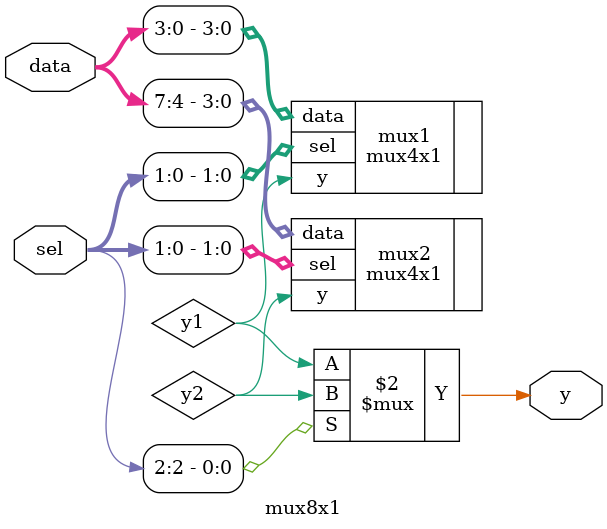
<source format=v>
module mux8x1 (
    input wire [7:0] data,  // 8 data inputs
    input wire [2:0] sel,   // 3-bit select input
    output wire y           // Output
);

    wire y1, y2;  // Outputs from the two 4x1 MUXes

    // First 4x1 MUX for the lower 4 inputs (data[3:0])
    mux4x1 mux1 (
        .data(data[3:0]),
        .sel(sel[1:0]),
        .y(y1)
    );

    // Second 4x1 MUX for the higher 4 inputs (data[7:4])
    mux4x1 mux2 (
        .data(data[7:4]),
        .sel(sel[1:0]),
        .y(y2)
    );

    // 2x1 MUX to select between the outputs of the two 4x1 MUXes
    assign y = (sel[2] == 1'b0) ? y1 : y2;

endmodule

</source>
